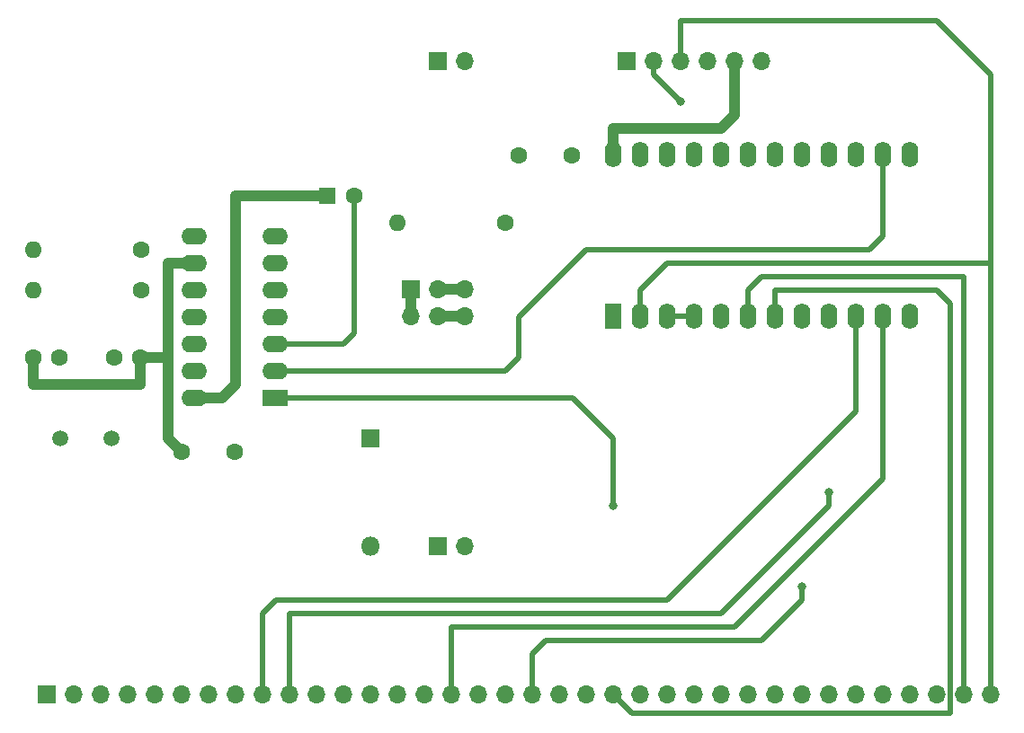
<source format=gbr>
%TF.GenerationSoftware,KiCad,Pcbnew,6.0.11+dfsg-1*%
%TF.CreationDate,2026-01-02T12:46:01+01:00*%
%TF.ProjectId,6750seriale,36373530-7365-4726-9961-6c652e6b6963,rev?*%
%TF.SameCoordinates,Original*%
%TF.FileFunction,Copper,L2,Bot*%
%TF.FilePolarity,Positive*%
%FSLAX46Y46*%
G04 Gerber Fmt 4.6, Leading zero omitted, Abs format (unit mm)*
G04 Created by KiCad (PCBNEW 6.0.11+dfsg-1) date 2026-01-02 12:46:01*
%MOMM*%
%LPD*%
G01*
G04 APERTURE LIST*
%TA.AperFunction,ComponentPad*%
%ADD10R,1.700000X1.700000*%
%TD*%
%TA.AperFunction,ComponentPad*%
%ADD11O,1.700000X1.700000*%
%TD*%
%TA.AperFunction,ComponentPad*%
%ADD12R,1.800000X1.800000*%
%TD*%
%TA.AperFunction,ComponentPad*%
%ADD13O,1.800000X1.800000*%
%TD*%
%TA.AperFunction,ComponentPad*%
%ADD14C,1.600000*%
%TD*%
%TA.AperFunction,ComponentPad*%
%ADD15O,1.600000X1.600000*%
%TD*%
%TA.AperFunction,ComponentPad*%
%ADD16C,1.500000*%
%TD*%
%TA.AperFunction,ComponentPad*%
%ADD17R,1.600000X2.400000*%
%TD*%
%TA.AperFunction,ComponentPad*%
%ADD18O,1.600000X2.400000*%
%TD*%
%TA.AperFunction,ComponentPad*%
%ADD19R,1.600000X1.600000*%
%TD*%
%TA.AperFunction,ComponentPad*%
%ADD20R,2.400000X1.600000*%
%TD*%
%TA.AperFunction,ComponentPad*%
%ADD21O,2.400000X1.600000*%
%TD*%
%TA.AperFunction,ViaPad*%
%ADD22C,0.800000*%
%TD*%
%TA.AperFunction,Conductor*%
%ADD23C,0.500000*%
%TD*%
%TA.AperFunction,Conductor*%
%ADD24C,1.000000*%
%TD*%
G04 APERTURE END LIST*
D10*
%TO.P,RESET,1*%
%TO.N,N/C*%
X127000000Y-116840000D03*
D11*
%TO.P,RESET,2*%
X129540000Y-116840000D03*
%TD*%
D10*
%TO.P,VCC,1*%
%TO.N,N/C*%
X127000000Y-71120000D03*
D11*
%TO.P,VCC,2*%
X129540000Y-71120000D03*
%TD*%
D12*
%TO.P,4148,1*%
%TO.N,N/C*%
X120650000Y-106680000D03*
D13*
%TO.P,4148,2*%
X120650000Y-116840000D03*
%TD*%
D14*
%TO.P,1k,1*%
%TO.N,N/C*%
X99060000Y-92710000D03*
D15*
%TO.P,1k,2*%
X88900000Y-92710000D03*
%TD*%
D14*
%TO.P,22pF,1*%
%TO.N,N/C*%
X88900000Y-99060000D03*
%TO.P,22pF,2*%
X91400000Y-99060000D03*
%TD*%
D10*
%TO.P,REF\u002A\u002A,1*%
%TO.N,N/C*%
X90170000Y-130810000D03*
D11*
%TO.P,REF\u002A\u002A,2*%
X92710000Y-130810000D03*
%TO.P,REF\u002A\u002A,3*%
X95250000Y-130810000D03*
%TO.P,REF\u002A\u002A,4*%
X97790000Y-130810000D03*
%TO.P,REF\u002A\u002A,5*%
X100330000Y-130810000D03*
%TO.P,REF\u002A\u002A,6*%
X102870000Y-130810000D03*
%TO.P,REF\u002A\u002A,7*%
X105410000Y-130810000D03*
%TO.P,REF\u002A\u002A,8*%
X107950000Y-130810000D03*
%TO.P,REF\u002A\u002A,9*%
X110490000Y-130810000D03*
%TO.P,REF\u002A\u002A,10*%
X113030000Y-130810000D03*
%TO.P,REF\u002A\u002A,11*%
X115570000Y-130810000D03*
%TO.P,REF\u002A\u002A,12*%
X118110000Y-130810000D03*
%TO.P,REF\u002A\u002A,13*%
X120650000Y-130810000D03*
%TO.P,REF\u002A\u002A,14*%
X123190000Y-130810000D03*
%TO.P,REF\u002A\u002A,15*%
X125730000Y-130810000D03*
%TO.P,REF\u002A\u002A,16*%
X128270000Y-130810000D03*
%TO.P,REF\u002A\u002A,17*%
X130810000Y-130810000D03*
%TO.P,REF\u002A\u002A,18*%
X133350000Y-130810000D03*
%TO.P,REF\u002A\u002A,19*%
X135890000Y-130810000D03*
%TO.P,REF\u002A\u002A,20*%
X138430000Y-130810000D03*
%TO.P,REF\u002A\u002A,21*%
X140970000Y-130810000D03*
%TO.P,REF\u002A\u002A,22*%
X143510000Y-130810000D03*
%TO.P,REF\u002A\u002A,23*%
X146050000Y-130810000D03*
%TO.P,REF\u002A\u002A,24*%
X148590000Y-130810000D03*
%TO.P,REF\u002A\u002A,25*%
X151130000Y-130810000D03*
%TO.P,REF\u002A\u002A,26*%
X153670000Y-130810000D03*
%TO.P,REF\u002A\u002A,27*%
X156210000Y-130810000D03*
%TO.P,REF\u002A\u002A,28*%
X158750000Y-130810000D03*
%TO.P,REF\u002A\u002A,29*%
X161290000Y-130810000D03*
%TO.P,REF\u002A\u002A,30*%
X163830000Y-130810000D03*
%TO.P,REF\u002A\u002A,31*%
X166370000Y-130810000D03*
%TO.P,REF\u002A\u002A,32*%
X168910000Y-130810000D03*
%TO.P,REF\u002A\u002A,33*%
X171450000Y-130810000D03*
%TO.P,REF\u002A\u002A,34*%
X173990000Y-130810000D03*
%TO.P,REF\u002A\u002A,35*%
X176530000Y-130810000D03*
%TO.P,REF\u002A\u002A,36*%
X179070000Y-130810000D03*
%TD*%
D14*
%TO.P,100nF,1*%
%TO.N,N/C*%
X134620000Y-80010000D03*
%TO.P,100nF,2*%
X139620000Y-80010000D03*
%TD*%
%TO.P,REF\u002A\u002A,1*%
%TO.N,N/C*%
X102910000Y-107950000D03*
%TO.P,REF\u002A\u002A,2*%
X107910000Y-107950000D03*
%TD*%
%TO.P,100k,1*%
%TO.N,N/C*%
X133350000Y-86360000D03*
D15*
%TO.P,100k,2*%
X123190000Y-86360000D03*
%TD*%
D16*
%TO.P,73728,1*%
%TO.N,N/C*%
X91440000Y-106680000D03*
%TO.P,73728,2*%
X96340000Y-106680000D03*
%TD*%
D17*
%TO.P,MC68B50,1*%
%TO.N,N/C*%
X143505000Y-95230000D03*
D18*
%TO.P,MC68B50,2*%
X146045000Y-95230000D03*
%TO.P,MC68B50,3*%
X148585000Y-95230000D03*
%TO.P,MC68B50,4*%
X151125000Y-95230000D03*
%TO.P,MC68B50,5*%
X153665000Y-95230000D03*
%TO.P,MC68B50,6*%
X156205000Y-95230000D03*
%TO.P,MC68B50,7*%
X158745000Y-95230000D03*
%TO.P,MC68B50,8*%
X161285000Y-95230000D03*
%TO.P,MC68B50,9*%
X163825000Y-95230000D03*
%TO.P,MC68B50,10*%
X166365000Y-95230000D03*
%TO.P,MC68B50,11*%
X168905000Y-95230000D03*
%TO.P,MC68B50,12*%
X171445000Y-95230000D03*
%TO.P,MC68B50,13*%
X171445000Y-79990000D03*
%TO.P,MC68B50,14*%
X168905000Y-79990000D03*
%TO.P,MC68B50,15*%
X166365000Y-79990000D03*
%TO.P,MC68B50,16*%
X163825000Y-79990000D03*
%TO.P,MC68B50,17*%
X161285000Y-79990000D03*
%TO.P,MC68B50,18*%
X158745000Y-79990000D03*
%TO.P,MC68B50,19*%
X156205000Y-79990000D03*
%TO.P,MC68B50,20*%
X153665000Y-79990000D03*
%TO.P,MC68B50,21*%
X151125000Y-79990000D03*
%TO.P,MC68B50,22*%
X148585000Y-79990000D03*
%TO.P,MC68B50,23*%
X146045000Y-79990000D03*
%TO.P,MC68B50,24*%
X143505000Y-79990000D03*
%TD*%
D10*
%TO.P,REF\u002A\u002A,1*%
%TO.N,N/C*%
X144780000Y-71120000D03*
D11*
%TO.P,REF\u002A\u002A,2*%
X147320000Y-71120000D03*
%TO.P,REF\u002A\u002A,3*%
X149860000Y-71120000D03*
%TO.P,REF\u002A\u002A,4*%
X152400000Y-71120000D03*
%TO.P,REF\u002A\u002A,5*%
X154940000Y-71120000D03*
%TO.P,REF\u002A\u002A,6*%
X157480000Y-71120000D03*
%TD*%
D14*
%TO.P,22pF,1*%
%TO.N,N/C*%
X96520000Y-99060000D03*
%TO.P,22pF,2*%
X99020000Y-99060000D03*
%TD*%
D10*
%TO.P,REF\u002A\u002A,1*%
%TO.N,N/C*%
X124475000Y-92690000D03*
D11*
%TO.P,REF\u002A\u002A,2*%
X124475000Y-95230000D03*
%TO.P,REF\u002A\u002A,3*%
X127015000Y-92690000D03*
%TO.P,REF\u002A\u002A,4*%
X127015000Y-95230000D03*
%TO.P,REF\u002A\u002A,5*%
X129555000Y-92690000D03*
%TO.P,REF\u002A\u002A,6*%
X129555000Y-95230000D03*
%TD*%
D19*
%TO.P,REF\u002A\u002A,1*%
%TO.N,N/C*%
X116650888Y-83820000D03*
D14*
%TO.P,REF\u002A\u002A,2*%
X119150888Y-83820000D03*
%TD*%
D20*
%TO.P,74HC00,1*%
%TO.N,N/C*%
X111750000Y-102875000D03*
D21*
%TO.P,74HC00,2*%
X111750000Y-100335000D03*
%TO.P,74HC00,3*%
X111750000Y-97795000D03*
%TO.P,74HC00,4*%
X111750000Y-95255000D03*
%TO.P,74HC00,5*%
X111750000Y-92715000D03*
%TO.P,74HC00,6*%
X111750000Y-90175000D03*
%TO.P,74HC00,7*%
X111750000Y-87635000D03*
%TO.P,74HC00,8*%
X104130000Y-87635000D03*
%TO.P,74HC00,9*%
X104130000Y-90175000D03*
%TO.P,74HC00,10*%
X104130000Y-92715000D03*
%TO.P,74HC00,11*%
X104130000Y-95255000D03*
%TO.P,74HC00,12*%
X104130000Y-97795000D03*
%TO.P,74HC00,13*%
X104130000Y-100335000D03*
%TO.P,74HC00,14*%
X104130000Y-102875000D03*
%TD*%
D14*
%TO.P,1M,1*%
%TO.N,N/C*%
X99060000Y-88900000D03*
D15*
%TO.P,1M,2*%
X88900000Y-88900000D03*
%TD*%
D22*
%TO.N,*%
X161290000Y-120650000D03*
X163825000Y-111765000D03*
X143510000Y-113030000D03*
X149860000Y-74930000D03*
%TD*%
D23*
%TO.N,*%
X143510000Y-106680000D02*
X139705000Y-102875000D01*
X158745000Y-92715000D02*
X158745000Y-95230000D01*
D24*
X143505000Y-77475000D02*
X143505000Y-79990000D01*
D23*
X140970000Y-88900000D02*
X134620000Y-95250000D01*
X145288000Y-132588000D02*
X175260000Y-132588000D01*
D24*
X101600000Y-99060000D02*
X101600000Y-90170000D01*
X107950000Y-101600000D02*
X107950000Y-83820000D01*
D23*
X134620000Y-95250000D02*
X134620000Y-99060000D01*
X113030000Y-123190000D02*
X113030000Y-130810000D01*
X111760000Y-121920000D02*
X148590000Y-121920000D01*
X110490000Y-130810000D02*
X110490000Y-123190000D01*
X179070000Y-90170000D02*
X179070000Y-72390000D01*
X158750000Y-92710000D02*
X158745000Y-92715000D01*
D24*
X88900000Y-101600000D02*
X99020000Y-101600000D01*
X101600000Y-90170000D02*
X101605000Y-90175000D01*
D23*
X175260000Y-93980000D02*
X173990000Y-92710000D01*
D24*
X124475000Y-95230000D02*
X124475000Y-92690000D01*
D23*
X128270000Y-124460000D02*
X154940000Y-124460000D01*
X166365000Y-104145000D02*
X166365000Y-95230000D01*
D24*
X153670000Y-77470000D02*
X143510000Y-77470000D01*
D23*
X175260000Y-132588000D02*
X175260000Y-93980000D01*
X156205000Y-95230000D02*
X156205000Y-92715000D01*
D24*
X106675000Y-102875000D02*
X107950000Y-101600000D01*
X99020000Y-101600000D02*
X99020000Y-99060000D01*
D23*
X156205000Y-92715000D02*
X157480000Y-91440000D01*
X176530000Y-91440000D02*
X176530000Y-130810000D01*
X119126000Y-96774000D02*
X119126000Y-84074000D01*
X161290000Y-121920000D02*
X161290000Y-120650000D01*
X133345000Y-100335000D02*
X111750000Y-100335000D01*
X168910000Y-87630000D02*
X167640000Y-88900000D01*
D24*
X101640000Y-106680000D02*
X101600000Y-106680000D01*
X154940000Y-71120000D02*
X154940000Y-76200000D01*
D23*
X135890000Y-130810000D02*
X135890000Y-127000000D01*
D24*
X154940000Y-76200000D02*
X153670000Y-77470000D01*
D23*
X153670000Y-123190000D02*
X113030000Y-123190000D01*
D24*
X101600000Y-106680000D02*
X101600000Y-99060000D01*
D23*
X110490000Y-123190000D02*
X111760000Y-121920000D01*
D24*
X107950000Y-83820000D02*
X116880000Y-83820000D01*
D23*
X157480000Y-125730000D02*
X161290000Y-121920000D01*
X148585000Y-95230000D02*
X151125000Y-95230000D01*
X163825000Y-113035000D02*
X153670000Y-123190000D01*
X154940000Y-124460000D02*
X168905000Y-110495000D01*
X179070000Y-72390000D02*
X173990000Y-67310000D01*
X146045000Y-92715000D02*
X148590000Y-90170000D01*
X168905000Y-110495000D02*
X168905000Y-95230000D01*
X128270000Y-130810000D02*
X128270000Y-124460000D01*
D24*
X143510000Y-77470000D02*
X143505000Y-77475000D01*
D23*
X149860000Y-67310000D02*
X149860000Y-71120000D01*
X143510000Y-130810000D02*
X145288000Y-132588000D01*
X147320000Y-72390000D02*
X147320000Y-71120000D01*
X143510000Y-113030000D02*
X143510000Y-106680000D01*
X135890000Y-127000000D02*
X137160000Y-125730000D01*
D24*
X101605000Y-90175000D02*
X104130000Y-90175000D01*
D23*
X167640000Y-88900000D02*
X140970000Y-88900000D01*
X168905000Y-87625000D02*
X168910000Y-87630000D01*
X111750000Y-97795000D02*
X118105000Y-97795000D01*
X146045000Y-95230000D02*
X146045000Y-92715000D01*
D24*
X127015000Y-92690000D02*
X129555000Y-92690000D01*
X102910000Y-107950000D02*
X101640000Y-106680000D01*
X88900000Y-99060000D02*
X88900000Y-101600000D01*
X127015000Y-95230000D02*
X129555000Y-95230000D01*
D23*
X137160000Y-125730000D02*
X157480000Y-125730000D01*
X173990000Y-92710000D02*
X158750000Y-92710000D01*
X139705000Y-102875000D02*
X111750000Y-102875000D01*
X118105000Y-97795000D02*
X119126000Y-96774000D01*
X149860000Y-74930000D02*
X147320000Y-72390000D01*
X148590000Y-121920000D02*
X166365000Y-104145000D01*
X134620000Y-99060000D02*
X133345000Y-100335000D01*
X163825000Y-111765000D02*
X163825000Y-113035000D01*
D24*
X104130000Y-102875000D02*
X106675000Y-102875000D01*
D23*
X148590000Y-90170000D02*
X179070000Y-90170000D01*
D24*
X101600000Y-99060000D02*
X99020000Y-99060000D01*
D23*
X168905000Y-79990000D02*
X168905000Y-87625000D01*
X173990000Y-67310000D02*
X149860000Y-67310000D01*
X179070000Y-130810000D02*
X179070000Y-82550000D01*
X157480000Y-91440000D02*
X176530000Y-91440000D01*
%TD*%
M02*

</source>
